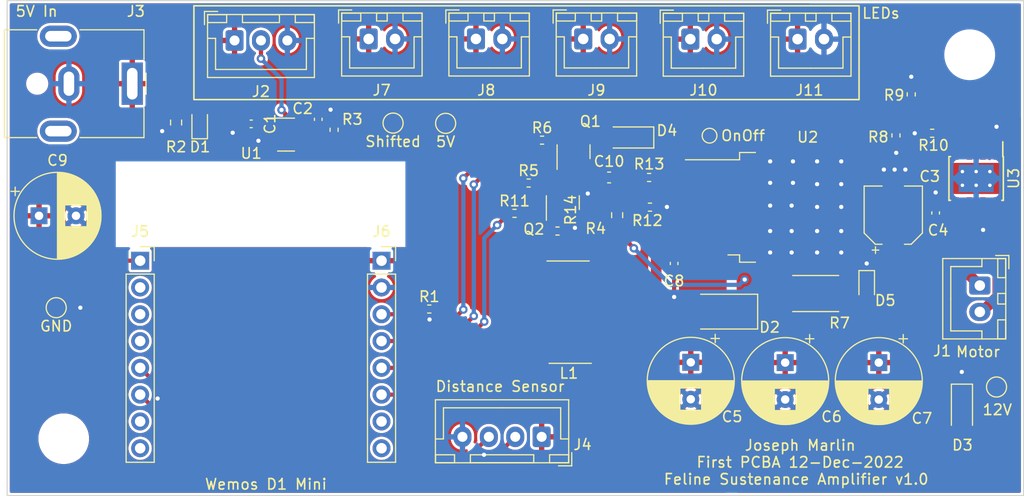
<source format=kicad_pcb>
(kicad_pcb (version 20211014) (generator pcbnew)
  (layers (0 "F.Cu" signal) (31 "B.Cu" signal) (34 "B.Paste" user) (35 "F.Paste" user) (36 "B.SilkS" user "B.Silkscreen") (37 "F.SilkS" user "F.Silkscreen") (38 "B.Mask" user) (39 "F.Mask" user) (44 "Edge.Cuts" user))
  (net 0 "")
  (net 1 "+3.3V")
  (net 2 "GND")
  (net 3 "+5V")
  (net 4 "+12V")
  (net 5 "Net-(D1-Pad1)")
  (net 6 "Net-(D2-Pad2)")
  (net 7 "Net-(D4-Pad1)")
  (net 8 "Net-(D4-Pad2)")
  (net 9 "Net-(D5-Pad2)")
  (net 10 "/MtrOutA")
  (net 11 "/MtrOutB")
  (net 12 "/LEDShifted")
  (net 13 "/DistTrig")
  (net 14 "/DistEcho")
  (net 18 "/MtrCtrlB")
  (net 19 "/MtrCtrlA")
  (net 22 "/PwrCtrl")
  (net 23 "/LEDCtrl")
  (net 26 "Net-(Q1-Pad1)")
  (net 27 "Net-(Q1-Pad3)")
  (net 28 "Net-(Q2-Pad1)")
  (net 30 "Net-(R3-Pad1)")
  (net 31 "Net-(R10-Pad1)")
  (net 32 "Net-(R13-Pad1)")
  (net 33 "Net-(C10-Pad1)")
  (net 34 "Net-(R12-Pad1)")
  (footprint "TestPoint:TestPoint_Pad_D1.0mm" (layer "F.Cu") (at 164.0586 80.8736 180)
    (fp_text reference "TP4" hide)
    (fp_text value "OnOff" (at -3.175 0 180) (layer "F.SilkS"))
    (pad "1" smd circle (at 0 0 180) (size 1 1) (layers "F.Cu" "F.Mask") (net 7 "Net-(D4-Pad1)"))
  )
  (footprint "TestPoint:TestPoint_Pad_D1.5mm" (layer "F.Cu") (at 134.0866 79.6798)
    (fp_text reference "TP2" hide)
    (fp_text value "Shifted" (at 0 1.75) (layer "F.SilkS"))
    (pad "1" smd circle (at 0 0) (size 1.5 1.5) (layers "F.Cu" "F.Mask") (net 12 "/LEDShifted"))
  )
  (footprint "Capacitor_SMD:C_0402_1005Metric" (layer "F.Cu") (at 127 79.3242 90)
    (fp_text reference "C2" (at 1.016 -1.4732) (layer "F.SilkS"))
    (fp_text value "0.1uF" hide)
    (pad "1" smd roundrect (at -0.48 0 90) (size 0.56 0.62) (layers "F.Cu" "F.Paste" "F.Mask") (net 3 "+5V"))
    (pad "2" smd roundrect (at 0.48 0 90) (size 0.56 0.62) (layers "F.Cu" "F.Paste" "F.Mask") (net 2 "GND"))
  )
  (footprint "Capacitor_THT:CP_Radial_D8.0mm_P3.50mm" (layer "F.Cu") (at 171.2214 102.385749 -90)
    (fp_text reference "C6" (at 5.132451 -4.3942 180) (layer "F.SilkS"))
    (fp_text value "680uF 25V" hide)
    (pad "1" thru_hole rect (at 0 0 270) (size 1.6 1.6) (drill 0.8) (layers *.Cu *.Mask) (net 4 "+12V"))
    (pad "2" thru_hole circle (at 3.5 0 270) (size 1.6 1.6) (drill 0.8) (layers *.Cu *.Mask) (net 2 "GND"))
  )
  (footprint "Connector_JST:JST_XH_B2B-XH-A_1x02_P2.50mm_Vertical" (layer "F.Cu") (at 172.3952 71.7212)
    (fp_text reference "J11" (at 1.123 4.843) (layer "F.SilkS"))
    (fp_text value "B2B-XH-A(LF)(SN)" hide)
    (pad "1" thru_hole roundrect (at 0 0) (size 1.7 2) (drill 1) (layers *.Cu *.Mask) (roundrect_rratio 0.147059) (net 3 "+5V"))
    (pad "2" thru_hole oval (at 2.5 0) (size 1.7 2) (drill 1) (layers *.Cu *.Mask) (net 2 "GND"))
  )
  (footprint "Capacitor_THT:CP_Radial_D8.0mm_P3.50mm" (layer "F.Cu") (at 180.086 102.3874 -90)
    (fp_text reference "C7" (at 5.2832 -4.0894 180) (layer "F.SilkS"))
    (fp_text value "680uF 25V" hide)
    (pad "1" thru_hole rect (at 0 0 270) (size 1.6 1.6) (drill 0.8) (layers *.Cu *.Mask) (net 4 "+12V"))
    (pad "2" thru_hole circle (at 3.5 0 270) (size 1.6 1.6) (drill 0.8) (layers *.Cu *.Mask) (net 2 "GND"))
  )
  (footprint "Connector_JST:JST_XH_B2B-XH-A_1x02_P2.50mm_Vertical" (layer "F.Cu") (at 131.7752 71.7042)
    (fp_text reference "J7" (at 1.23 4.86) (layer "F.SilkS"))
    (fp_text value "B2B-XH-A(LF)(SN)" hide)
    (pad "1" thru_hole roundrect (at 0 0) (size 1.7 2) (drill 1) (layers *.Cu *.Mask) (roundrect_rratio 0.147059) (net 3 "+5V"))
    (pad "2" thru_hole oval (at 2.5 0) (size 1.7 2) (drill 1) (layers *.Cu *.Mask) (net 2 "GND"))
  )
  (footprint "Connector_JST:JST_XH_B2B-XH-A_1x02_P2.50mm_Vertical" (layer "F.Cu") (at 162.2352 71.7212)
    (fp_text reference "J10" (at 1.25 4.843) (layer "F.SilkS"))
    (fp_text value "B2B-XH-A(LF)(SN)" hide)
    (pad "1" thru_hole roundrect (at 0 0) (size 1.7 2) (drill 1) (layers *.Cu *.Mask) (roundrect_rratio 0.147059) (net 3 "+5V"))
    (pad "2" thru_hole oval (at 2.5 0) (size 1.7 2) (drill 1) (layers *.Cu *.Mask) (net 2 "GND"))
  )
  (footprint "Connector_JST:JST_XH_B2B-XH-A_1x02_P2.50mm_Vertical" (layer "F.Cu") (at 189.6534 95.0829 -90)
    (fp_text reference "J1" (at 6.203 3.573 180) (layer "F.SilkS"))
    (fp_text value "B2B-XH-A(LF)(SN)" hide)
    (pad "1" thru_hole roundrect (at 0 0 270) (size 1.7 2) (drill 1) (layers *.Cu *.Mask) (roundrect_rratio 0.147059) (net 10 "/MtrOutA"))
    (pad "2" thru_hole oval (at 2.5 0 270) (size 1.7 2) (drill 1) (layers *.Cu *.Mask) (net 11 "/MtrOutB"))
  )
  (footprint "Resistor_SMD:R_0402_1005Metric" (layer "F.Cu") (at 148.196 81.299)
    (fp_text reference "R6" (at 0 -1.17) (layer "F.SilkS"))
    (fp_text value "24K" hide)
    (pad "1" smd roundrect (at -0.51 0) (size 0.54 0.64) (layers "F.Cu" "F.Paste" "F.Mask") (net 3 "+5V"))
    (pad "2" smd roundrect (at 0.51 0) (size 0.54 0.64) (layers "F.Cu" "F.Paste" "F.Mask") (net 27 "Net-(Q1-Pad3)"))
  )
  (footprint "Diode_SMD:D_SOD-123" (layer "F.Cu") (at 187.96 106.679 -90)
    (fp_text reference "D3" (at 3.5316 -0.0508) (layer "F.SilkS"))
    (fp_text value "B5819W SL" hide)
    (pad "1" smd rect (at -1.65 0 270) (size 0.9 1.2) (layers "F.Cu" "F.Paste" "F.Mask") (net 2 "GND"))
    (pad "2" smd rect (at 1.65 0 270) (size 0.9 1.2) (layers "F.Cu" "F.Paste" "F.Mask") (net 4 "+12V"))
  )
  (footprint "Resistor_SMD:R_0402_1005Metric" (layer "F.Cu") (at 185.1406 80.645 180)
    (fp_text reference "R10" (at -0.127 -1.143) (layer "F.SilkS"))
    (fp_text value "30K" hide)
    (pad "1" smd roundrect (at -0.51 0 180) (size 0.54 0.64) (layers "F.Cu" "F.Paste" "F.Mask") (net 31 "Net-(R10-Pad1)"))
    (pad "2" smd roundrect (at 0.51 0 180) (size 0.54 0.64) (layers "F.Cu" "F.Paste" "F.Mask") (net 2 "GND"))
  )
  (footprint "Capacitor_SMD:C_0402_1005Metric" (layer "F.Cu") (at 120.65 79.756 180)
    (fp_text reference "C1" (at -1.778 0 90) (layer "F.SilkS"))
    (fp_text value "0.1uF" hide)
    (pad "1" smd roundrect (at -0.48 0 180) (size 0.56 0.62) (layers "F.Cu" "F.Paste" "F.Mask") (net 1 "+3.3V"))
    (pad "2" smd roundrect (at 0.48 0 180) (size 0.56 0.62) (layers "F.Cu" "F.Paste" "F.Mask") (net 2 "GND"))
  )
  (footprint "Package_TO_SOT_SMD:SOT-23" (layer "F.Cu") (at 151.178 82.3935 90)
    (fp_text reference "Q1" (at 2.8725 1.59 180) (layer "F.SilkS"))
    (fp_text value "Q_NPN_BEC" hide)
    (pad "1" smd roundrect (at -0.9375 -0.95 90) (size 1.475 0.6) (layers "F.Cu" "F.Paste" "F.Mask") (net 26 "Net-(Q1-Pad1)"))
    (pad "2" smd roundrect (at -0.9375 0.95 90) (size 1.475 0.6) (layers "F.Cu" "F.Paste" "F.Mask") (net 8 "Net-(D4-Pad2)"))
    (pad "3" smd roundrect (at 0.9375 0 90) (size 1.475 0.6) (layers "F.Cu" "F.Paste" "F.Mask") (net 27 "Net-(Q1-Pad3)"))
  )
  (footprint "Resistor_SMD:R_2512_6332Metric" (layer "F.Cu") (at 174.1106 95.8406)
    (fp_text reference "R7" (at 2.2605 2.794) (layer "F.SilkS"))
    (fp_text value "500R 1W 2512 " hide)
    (pad "1" smd roundrect (at -2.9625 0) (size 1.225 3.35) (layers "F.Cu" "F.Paste" "F.Mask") (roundrect_rratio 0.204082) (net 4 "+12V"))
    (pad "2" smd roundrect (at 2.9625 0) (size 1.225 3.35) (layers "F.Cu" "F.Paste" "F.Mask") (roundrect_rratio 0.204082) (net 9 "Net-(D5-Pad2)"))
  )
  (footprint "Resistor_SMD:R_0402_1005Metric" (layer "F.Cu") (at 137.5156 97.3074)
    (fp_text reference "R1" (at 0 -1.17) (layer "F.SilkS"))
    (fp_text value "30K" hide)
    (pad "1" smd roundrect (at -0.51 0) (size 0.54 0.64) (layers "F.Cu" "F.Paste" "F.Mask") (net 23 "/LEDCtrl"))
    (pad "2" smd roundrect (at 0.51 0) (size 0.54 0.64) (layers "F.Cu" "F.Paste" "F.Mask") (net 2 "GND"))
  )
  (footprint "Package_TO_SOT_SMD:SOT-23-6" (layer "F.Cu") (at 123.952 80.772)
    (fp_text reference "U1" (at -3.302 1.778) (layer "F.SilkS"))
    (fp_text value "SN74LVC1T45DBV" hide)
    (pad "1" smd roundrect (at -1.1375 -0.95) (size 1.325 0.6) (layers "F.Cu" "F.Paste" "F.Mask") (net 1 "+3.3V"))
    (pad "2" smd roundrect (at -1.1375 0) (size 1.325 0.6) (layers "F.Cu" "F.Paste" "F.Mask") (net 2 "GND"))
    (pad "3" smd roundrect (at -1.1375 0.95) (size 1.325 0.6) (layers "F.Cu" "F.Paste" "F.Mask") (net 23 "/LEDCtrl"))
    (pad "4" smd roundrect (at 1.1375 0.95) (size 1.325 0.6) (layers "F.Cu" "F.Paste" "F.Mask") (net 12 "/LEDShifted"))
    (pad "5" smd roundrect (at 1.1375 0) (size 1.325 0.6) (layers "F.Cu" "F.Paste" "F.Mask") (net 30 "Net-(R3-Pad1)"))
    (pad "6" smd roundrect (at 1.1375 -0.95) (size 1.325 0.6) (layers "F.Cu" "F.Paste" "F.Mask") (net 3 "+5V"))
  )
  (footprint "Capacitor_SMD:C_0603_1608Metric" (layer "F.Cu") (at 154.546 84.836 180)
    (fp_text reference "C10" (at 0 1.524) (layer "F.SilkS"))
    (fp_text value "0.47uF" hide)
    (pad "1" smd roundrect (at -0.775 0 180) (size 0.9 0.95) (layers "F.Cu" "F.Paste" "F.Mask") (net 33 "Net-(C10-Pad1)"))
    (pad "2" smd roundrect (at 0.775 0 180) (size 0.9 0.95) (layers "F.Cu" "F.Paste" "F.Mask") (net 2 "GND"))
  )
  (footprint "Resistor_SMD:R_0402_1005Metric" (layer "F.Cu") (at 183.1594 76.962 90)
    (fp_text reference "R9" (at -0.0762 -1.6256 180) (layer "F.SilkS"))
    (fp_text value "30K" hide)
    (pad "1" smd roundrect (at -0.51 0 90) (size 0.54 0.64) (layers "F.Cu" "F.Paste" "F.Mask") (net 18 "/MtrCtrlB"))
    (pad "2" smd roundrect (at 0.51 0 90) (size 0.54 0.64) (layers "F.Cu" "F.Paste" "F.Mask") (net 2 "GND"))
  )
  (footprint "Connector_PinSocket_2.54mm:PinSocket_1x08_P2.54mm_Vertical" (layer "F.Cu") (at 110.134 92.725)
    (fp_text reference "J5" (at 0 -2.77) (layer "F.SilkS"))
    (fp_text value "Conn_01x08_Female" hide)
    (pad "1" thru_hole rect (at 0 0) (size 1.7 1.7) (drill 1) (layers *.Cu *.Mask) (net 1 "+3.3V"))
    (pad "2" thru_hole oval (at 0 2.54) (size 1.7 1.7) (drill 1) (layers *.Cu *.Mask))
    (pad "3" thru_hole oval (at 0 5.08) (size 1.7 1.7) (drill 1) (layers *.Cu *.Mask))
    (pad "4" thru_hole oval (at 0 7.62) (size 1.7 1.7) (drill 1) (layers *.Cu *.Mask))
    (pad "5" thru_hole oval (at 0 10.16) (size 1.7 1.7) (drill 1) (layers *.Cu *.Mask) (net 14 "/DistEcho"))
    (pad "6" thru_hole oval (at 0 12.7) (size 1.7 1.7) (drill 1) (layers *.Cu *.Mask) (net 13 "/DistTrig"))
    (pad "7" thru_hole oval (at 0 15.24) (size 1.7 1.7) (drill 1) (layers *.Cu *.Mask))
    (pad "8" thru_hole oval (at 0 17.78) (size 1.7 1.7) (drill 1) (layers *.Cu *.Mask))
  )
  (footprint "Connector_JST:JST_XH_B2B-XH-A_1x02_P2.50mm_Vertical" (layer "F.Cu") (at 152.0952 71.7042)
    (fp_text reference "J9" (at 1.25 4.86) (layer "F.SilkS"))
    (fp_text value "B2B-XH-A(LF)(SN)" hide)
    (pad "1" thru_hole roundrect (at 0 0) (size 1.7 2) (drill 1) (layers *.Cu *.Mask) (roundrect_rratio 0.147059) (net 3 "+5V"))
    (pad "2" thru_hole oval (at 2.5 0) (size 1.7 2) (drill 1) (layers *.Cu *.Mask) (net 2 "GND"))
  )
  (footprint "TestPoint:TestPoint_Pad_D1.5mm" (layer "F.Cu") (at 102.1842 97.1804)
    (fp_text reference "TP5" hide)
    (fp_text value "GND" (at 0 1.75) (layer "F.SilkS"))
    (pad "1" smd circle (at 0 0) (size 1.5 1.5) (layers "F.Cu" "F.Mask") (net 2 "GND"))
  )
  (footprint "Diode_SMD:D_SMA" (layer "F.Cu") (at 165.214 97.555 180)
    (fp_text reference "D2" (at -4.5342 -1.4796) (layer "F.SilkS"))
    (fp_text value "SS34" hide)
    (pad "1" smd rect (at -2 0 180) (size 2.5 1.8) (layers "F.Cu" "F.Paste" "F.Mask") (net 4 "+12V"))
    (pad "2" smd rect (at 2 0 180) (size 2.5 1.8) (layers "F.Cu" "F.Paste" "F.Mask") (net 6 "Net-(D2-Pad2)"))
  )
  (footprint "Capacitor_SMD:C_0402_1005Metric" (layer "F.Cu") (at 185.4708 88.1981 90)
    (fp_text reference "C4" (at -1.6417 0.2286) (layer "F.SilkS"))
    (fp_text value "0.1uF 16V" hide)
    (pad "1" smd roundrect (at -0.48 0 90) (size 0.56 0.62) (layers "F.Cu" "F.Paste" "F.Mask") (net 4 "+12V"))
    (pad "2" smd roundrect (at 0.48 0 90) (size 0.56 0.62) (layers "F.Cu" "F.Paste" "F.Mask") (net 2 "GND"))
  )
  (footprint "Package_TO_SOT_SMD:SOT-23" (layer "F.Cu") (at 150.162 87.2195 90)
    (fp_text reference "Q2" (at -2.5187 -2.7404 180) (layer "F.SilkS"))
    (fp_text value "Q_NPN_BEC" hide)
    (pad "1" smd roundrect (at -0.9375 -0.95 90) (size 1.475 0.6) (layers "F.Cu" "F.Paste" "F.Mask") (net 28 "Net-(Q2-Pad1)"))
    (pad "2" smd roundrect (at -0.9375 0.95 90) (size 1.475 0.6) (layers "F.Cu" "F.Paste" "F.Mask") (net 2 "GND"))
    (pad "3" smd roundrect (at 0.9375 0 90) (size 1.475 0.6) (layers "F.Cu" "F.Paste" "F.Mask") (net 26 "Net-(Q1-Pad1)"))
  )
  (footprint "Resistor_SMD:R_0402_1005Metric" (layer "F.Cu") (at 149.6548 89.916)
    (fp_text reference "R14" (at 1.2446 -2.0066 90) (layer "F.SilkS"))
    (fp_text value "30K" hide)
    (pad "1" smd roundrect (at -0.51 0) (size 0.54 0.64) (layers "F.Cu" "F.Paste" "F.Mask") (net 28 "Net-(Q2-Pad1)"))
    (pad "2" smd roundrect (at 0.51 0) (size 0.54 0.64) (layers "F.Cu" "F.Paste" "F.Mask") (net 2 "GND"))
  )
  (footprint "Package_TO_SOT_SMD:TO-263-7_TabPin8" (layer "F.Cu") (at 169.852 87.668)
    (fp_text reference "U2" (at 3.503 -6.65) (layer "F.SilkS"))
    (fp_text value "LM2586SX-ADJ/NOPB_1" hide)
    (pad "1" smd rect (at -5.775 -3.81) (size 4.6 0.8) (layers "F.Cu" "F.Paste" "F.Mask") (net 7 "Net-(D4-Pad1)"))
    (pad "2" smd rect (at -5.775 -2.54) (size 4.6 0.8) (layers "F.Cu" "F.Paste" "F.Mask") (net 32 "Net-(R13-Pad1)"))
    (pad "3" smd rect (at -5.775 -1.27) (size 4.6 0.8) (layers "F.Cu" "F.Paste" "F.Mask") (net 34 "Net-(R12-Pad1)"))
    (pad "4" smd rect (at -5.775 0) (size 4.6 0.8) (layers "F.Cu" "F.Paste" "F.Mask") (net 2 "GND"))
    (pad "5" smd rect (at -5.775 1.27) (size 4.6 0.8) (layers "F.Cu" "F.Paste" "F.Mask") (net 6 "Net-(D2-Pad2)"))
    (pad "6" smd rect (at -5.775 2.54) (size 4.6 0.8) (layers "F.Cu" "F.Paste" "F.Mask"))
    (pad "7" smd rect (at -5.775 3.81) (size 4.6 0.8) (layers "F.Cu" "F.Paste" "F.Mask") (net 3 "+5V"))
    (pad "8" smd rect (at 3.375 0) (size 9.4 10.8) (layers "F.Cu" "F.Mask") (net 2 "GND"))
  )
  (footprint "Package_SO:Texas_HTSOP-8-1EP_3.9x4.9mm_P1.27mm_EP2.95x4.9mm_Mask2.4x3.1mm_ThermalVias" (layer "F.Cu") (at 189.3062 84.9283 -90)
    (fp_text reference "U3" (at 0 -3.556 90) (layer "F.SilkS"))
    (fp_text value "DRV8871DDA" hide)
    (pad "1" smd rect (at -2.875 -1.905 270) (size 2.2 0.5) (layers "F.Cu" "F.Paste" "F.Mask") (net 2 "GND"))
    (pad "2" smd rect (at -2.875 -0.635 270) (size 2.2 0.5) (layers "F.Cu" "F.Paste" "F.Mask") (net 18 "/MtrCtrlB"))
    (pad "3" smd rect (at -2.875 0.635 270) (size 2.2 0.5) (layers "F.Cu" "F.Paste" "F.Mask") (net 19 "/MtrCtrlA"))
    (pad "4" smd rect (at -2.875 1.905 270) (size 2.2 0.5) (layers "F.Cu" "F.Paste" "F.Mask") (net 31 "Net-(R10-Pad1)"))
    (pad "5" smd rect (at 2.875 1.905 270) (size 2.2 0.5) (layers "F.Cu" "F.Paste" "F.Mask") (net 4 "+12V"))
    (pad "6" smd rect (at 2.875 0.635 270) (size 2.2 0.5) (layers "F.Cu" "F.Paste" "F.Mask") (net 10 "/MtrOutA"))
    (pad "7" smd rect (at 2.875 -0.635 270) (size 2.2 0.5) (layers "F.Cu" "F.Paste" "F.Mask") (net 2 "GND"))
    (pad "8" smd rect (at 2.875 -1.905 270) (size 2.2 0.5) (layers "F.Cu" "F.Paste" "F.Mask") (net 11 "/MtrOutB"))
    (pad "9" smd rect (at 0 0 270) (size 2.95 4.9) (layers "F.Cu") (net 2 "GND"))
    (pad "9" thru_hole circle (at 0.65 1.3 270) (size 0.63 0.63) (drill 0.33) (layers *.Cu *.Mask) (net 2 "GND"))
    (pad "9" thru_hole circle (at -0.65 0 270) (size 0.63 0.63) (drill 0.33) (layers *.Cu *.Mask) (net 2 "GND"))
    (pad "9" thru_hole circle (at 0.65 -1.3 270) (size 0.63 0.63) (drill 0.33) (layers *.Cu *.Mask) (net 2 "GND"))
    (pad "9" thru_hole circle (at 0.65 0 270) (size 0.63 0.63) (drill 0.33) (layers *.Cu *.Mask) (net 2 "GND"))
    (pad "9" smd rect (at 0 0 270) (size 2.6 3.3) (layers "B.Cu") (net 2 "GND"))
    (pad "9" thru_hole circle (at -0.65 1.3 270) (size 0.63 0.63) (drill 0.33) (layers *.Cu *.Mask) (net 2 "GND"))
    (pad "9" thru_hole circle (at -0.65 -1.3 270) (size 0.63 0.63) (drill 0.33) (layers *.Cu *.Mask) (net 2 "GND"))
  )
  (footprint "Capacitor_SMD:C_0402_1005Metric" (layer "F.Cu") (at 160.7058 92.9894 -90)
    (fp_text reference "C8" (at 1.6574 0.0124 180) (layer "F.SilkS"))
    (fp_text value "0.1uF" hide)
    (pad "1" smd roundrect (at -0.48 0 270) (size 0.56 0.62) (layers "F.Cu" "F.Paste" "F.Mask") (net 3 "+5V"))
    (pad "2" smd roundrect (at 0.48 0 270) (size 0.56 0.62) (layers "F.Cu" "F.Paste" "F.Mask") (net 2 "GND"))
  )
  (footprint "MountingHole:MountingHole_4.3mm_M4" (layer "F.Cu") (at 188.6966 73.2028)
    (fp_text reference "REF**" hide)
    (fp_text value "MountingHole_4.3mm_M4" hide)
    (pad "" np_thru_hole circle (at 0 0) (size 4.3 4.3) (drill 4.3) (layers F&B.Cu *.Mask))
  )
  (footprint "Resistor_SMD:R_0402_1005Metric" (layer "F.Cu") (at 158.335 84.836 180)
    (fp_text reference "R13" (at 0 1.27) (layer "F.SilkS"))
    (fp_text value "2K" hide)
    (pad "1" smd roundrect (at -0.51 0 180) (size 0.54 0.64) (layers "F.Cu" "F.Paste" "F.Mask") (net 32 "Net-(R13-Pad1)"))
    (pad "2" smd roundrect (at 0.51 0 180) (size 0.54 0.64) (layers "F.Cu" "F.Paste" "F.Mask") (net 33 "Net-(C10-Pad1)"))
  )
  (footprint "TestPoint:TestPoint_Pad_D1.5mm" (layer "F.Cu") (at 139.065 79.7052)
    (fp_text reference "TP1" hide)
    (fp_text value "5V" (at 0 1.75) (layer "F.SilkS"))
    (pad "1" smd circle (at 0 0) (size 1.5 1.5) (layers "F.Cu" "F.Mask") (net 3 "+5V"))
  )
  (footprint "Resistor_SMD:R_0402_1005Metric" (layer "F.Cu") (at 145.59 88.2355)
    (fp_text reference "R11" (at 0 -1.17) (layer "F.SilkS"))
    (fp_text value "10K" hide)
    (pad "1" smd roundrect (at -0.51 0) (size 0.54 0.64) (layers "F.Cu" "F.Paste" "F.Mask") (net 22 "/PwrCtrl"))
    (pad "2" smd roundrect (at 0.51 0) (size 0.54 0.64) (layers "F.Cu" "F.Paste" "F.Mask") (net 28 "Net-(Q2-Pad1)"))
  )
  (footprint "Connector_JST:JST_XH_B2B-XH-A_1x02_P2.50mm_Vertical" (layer "F.Cu") (at 141.9352 71.7042)
    (fp_text reference "J8" (at 0.976 4.86) (layer "F.SilkS"))
    (fp_text value "B2B-XH-A(LF)(SN)" hide)
    (pad "1" thru_hole roundrect (at 0 0) (size 1.7 2) (drill 1) (layers *.Cu *.Mask) (roundrect_rratio 0.147059) (net 3 "+5V"))
    (pad "2" thru_hole oval (at 2.5 0) (size 1.7 2) (drill 1) (layers *.Cu *.Mask) (net 2 "GND"))
  )
  (footprint "Capacitor_THT:CP_Radial_D8.0mm_P3.50mm" (layer "F.Cu") (at 100.556949 88.4682)
    (fp_text reference "C9" (at 1.75 -5.25) (layer "F.SilkS"))
    (fp_text value "100uF 25V" hide)
    (pad "1" thru_hole rect (at 0 0) (size 1.6 1.6) (drill 0.8) (layers *.Cu *.Mask) (net 3 "+5V"))
    (pad "2" thru_hole circle (at 3.5 0) (size 1.6 1.6) (drill 0.8) (layers *.Cu *.Mask) (net 2 "GND"))
  )
  (footprint "Connector_PinSocket_2.54mm:PinSocket_1x08_P2.54mm_Vertical" (layer "F.Cu") (at 132.994 92.725)
    (fp_text reference "J6" (at 0 -2.77) (layer "F.SilkS"))
    (fp_text value "Conn_01x08_Female" hide)
    (pad "1" thru_hole rect (at 0 0) (size 1.7 1.7) (drill 1) (layers *.Cu *.Mask) (net 3 "+5V"))
    (pad "2" thru_hole oval (at 0 2.54) (size 1.7 1.7) (drill 1) (layers *.Cu *.Mask) (net 2 "GND"))
    (pad "3" thru_hole oval (at 0 5.08) (size 1.7 1.7) (drill 1) (layers *.Cu *.Mask) (net 23 "/LEDCtrl"))
    (pad "4" thru_hole oval (at 0 7.62) (size 1.7 1.7) (drill 1) (layers *.Cu *.Mask) (net 18 "/MtrCtrlB"))
    (pad "5" thru_hole oval (at 0 10.16) (size 1.7 1.7) (drill 1) (layers *.Cu *.Mask) (net 19 "/MtrCtrlA"))
    (pad "6" thru_hole oval (at 0 12.7) (size 1.7 1.7) (drill 1) (layers *.Cu *.Mask) (net 22 "/PwrCtrl"))
    (pad "7" thru_hole oval (at 0 15.24) (size 1.7 1.7) (drill 1) (layers *.Cu *.Mask))
    (pad "8" thru_hole oval (at 0 17.78) (size 1.7 1.7) (drill 1) (layers *.Cu *.Mask))
  )
  (footprint "Capacitor_SMD:CP_Elec_5x5.4" (layer "F.Cu") (at 181.4576 88.4076 90)
    (fp_text reference "C3" (at 3.6732 3.4544) (layer "F.SilkS"))
    (fp_text value "47uF 16V" hide)
    (pad "1" smd roundrect (at -2.2 0 90) (size 3 1.6) (layers "F.Cu" "F.Paste" "F.Mask") (roundrect_rratio 0.15625) (net 4 "+12V"))
    (pad "2" smd roundrect (at 2.2 0 90) (size 3 1.6) (layers "F.Cu" "F.Paste" "F.Mask") (roundrect_rratio 0.15625) (net 2 "GND"))
  )
  (footprint "TestPoint:TestPoint_Pad_D1.5mm" (layer "F.Cu") (at 191.2366 104.6988)
    (fp_text reference "TP3" hide)
    (fp_text value "12V" (at 0.0762 2.159) (layer "F.SilkS"))
    (pad "1" smd circle (at 0 0) (size 1.5 1.5) (layers "F.Cu" "F.Mask") (net 4 "+12V"))
  )
  (footprint "MountingHole:MountingHole_4.3mm_M4" (layer "F.Cu") (at 102.8954 109.601)
    (fp_text reference "REF**" hide)
    (fp_text value "MountingHole_4.3mm_M4" hide)
    (pad "" np_thru_hole circle (at 0 0) (size 4.3 4.3) (drill 4.3) (layers *.Cu *.Mask))
  )
  (footprint "Marlin:SSL0804_Inductor_SMD" (layer "F.Cu") (at 150.736 97.555)
    (fp_text reference "L1" (at 0 5.842 unlocked) (layer "F.SilkS"))
    (fp_text value "15 uH" hide)
    (pad "1" smd rect (at -4.975 0.1) (size 2.92 2.79) (layers "F.Cu" "F.Paste" "F.Mask") (net 3 "+5V"))
    (pad "2" smd rect (at 5.325 0.1) (size 2.92 2.79) (layers "F.Cu" "F.Paste" "F.Mask") (net 6 "Net-(D2-Pad2)"))
  )
  (footprint "Resistor_SMD:R_0603_1608Metric" (layer "F.Cu") (at 155.308 88.411 90)
    (fp_text reference "R4" (at -1.27 -2.032 180) (layer "F.SilkS"))
    (fp_text value "17.2K" hide)
    (pad "1" smd roundrect (at -0.825 0 90) (size 0.8 0.95) (layers "F.Cu" "F.Paste" "F.Mask") (net 4 "+12V"))
    (pad "2" smd roundrect (at 0.825 0 90) (size 0.8 0.95) (layers "F.Cu" "F.Paste" "F.Mask") (net 34 "Net-(R12-Pad1)"))
  )
  (footprint "Resistor_SMD:R_0402_1005Metric" (layer "F.Cu") (at 146.926 85.363)
    (fp_text reference "R5" (at 0 -1.17) (layer "F.SilkS"))
    (fp_text value "24K" hide)
    (pad "1" smd roundrect (at -0.51 0) (size 0.54 0.64) (layers "F.Cu" "F.Paste" "F.Mask") (net 3 "+5V"))
    (pad "2" smd roundrect (at 0.51 0) (size 0.54 0.64) (layers "F.Cu" "F.Paste" "F.Mask") (net 26 "Net-(Q1-Pad1)"))
  )
  (footprint "Connector_JST:JST_XH_B3B-XH-A_1x03_P2.50mm_Vertical" (layer "F.Cu") (at 119.0752 71.8482)
    (fp_text reference "J2" (at 2.5 4.843) (layer "F.SilkS"))
    (fp_text value "B3B-XH-A(LF)(SN)" hide)
    (pad "1" thru_hole roundrect (at 0 0) (size 1.7 1.95) (drill 0.95) (layers *.Cu *.Mask) (roundrect_rratio 0.147059) (net 3 "+5V"))
    (pad "2" thru_hole oval (at 2.5 0) (size 1.7 1.95) (drill 0.95) (layers *.Cu *.Mask) (net 12 "/LEDShifted"))
    (pad "3" thru_hole oval (at 5 0) (size 1.7 1.95) (drill 0.95) (layers *.Cu *.Mask) (net 2 "GND"))
  )
  (footprint "Connector_JST:JST_XH_B4B-XH-A_1x04_P2.50mm_Vertical" (layer "F.Cu") (at 148.1582 109.4232 180)
    (fp_text reference "J4" (at -3.87 -0.745) (layer "F.SilkS"))
    (fp_text value "B4B-XH-A(LF)(SN)" hide)
    (pad "1" thru_hole roundrect (at 0 0 180) (size 1.7 1.95) (drill 0.95) (layers *.Cu *.Mask) (roundrect_rratio 0.147059) (net 3 "+5V"))
    (pad "2" thru_hole oval (at 2.5 0 180) (size 1.7 1.95) (drill 0.95) (layers *.Cu *.Mask) (net 13 "/DistTrig"))
    (pad "3" thru_hole oval (at 5 0 180) (size 1.7 1.95) (drill 0.95) (layers *.Cu *.Mask) (net 14 "/DistEcho"))
    (pad "4" thru_hole oval (at 7.5 0 180) (size 1.7 1.95) (drill 0.95) (layers *.Cu *.Mask) (net 2 "GND"))
  )
  (footprint "LED_SMD:LED_0603_1608Metric" (layer "F.Cu") (at 115.7732 79.6798 90)
    (fp_text reference "D1" (at -2.2606 0.0254) (layer "F.SilkS"))
    (fp_text value "LED" hide)
    (pad "1" smd roundrect (at -0.7875 0 90) (size 0.875 0.95) (layers "F.Cu" "F.Paste" "F.Mask") (net 5 "Net-(D1-Pad1)"))
    (pad "2" smd roundrect (at 0.7875 0 90) (size 0.875 0.95) (layers "F.Cu" "F.Paste" "F.Mask") (net 3 "+5V"))
  )
  (footprint "Resistor_SMD:R_0402_1005Metric" (layer "F.Cu") (at 181.7116 80.8482 -90)
    (fp_text reference "R8" (at 0.1524 1.6764 180) (layer "F.SilkS"))
    (fp_text value "30K" hide)
    (pad "1" smd roundrect (at -0.51 0 270) (size 0.54 0.64) (layers "F.Cu" "F.Paste" "F.Mask") (net 19 "/MtrCtrlA"))
    (pad "2" smd roundrect (at 0.51 0 270) (size 0.54 0.64) (layers "F.Cu" "F.Paste" "F.Mask") (net 2 "GND"))
  )
  (footprint "Resistor_SMD:R_0603_1608Metric" (layer "F.Cu") (at 113.538 79.629 -90)
    (fp_text reference "R2" (at 2.3114 0) (layer "F.SilkS"))
    (fp_text value "68R 1/10W" hide)
    (pad "1" smd roundrect (at -0.825 0 270) (size 0.8 0.95) (layers "F.Cu" "F.Paste" "F.Mask") (net 5 "Net-(D1-Pad1)"))
    (pad "2" smd roundrect (at 0.825 0 270) (size 0.8 0.95) (layers "F.Cu" "F.Paste" "F.Mask") (net 2 "GND"))
  )
  (footprint "Resistor_SMD:R_0402_1005Metric" (layer "F.Cu") (at 158.417 87.649)
    (fp_text reference "R12" (at -0.252 1.27) (layer "F.SilkS"))
    (fp_text value "2K" hide)
    (pad "1" smd roundrect (at -0.51 0) (size 0.54 0.64) (layers "F.Cu" "F.Paste" "F.Mask") (net 34 "Net-(R12-Pad1)"))
    (pad "2" smd roundrect (at 0.51 0) (size 0.54 0.64) (layers "F.Cu" "F.Paste" "F.Mask") (net 2 "GND"))
  )
  (footprint "Connector_BarrelJack:BarrelJack_CUI_PJ-063AH_Horizontal" (layer "F.Cu") (at 109.386 75.946 -90)
    (fp_text reference "J3" (at -6.858 -0.342 180) (layer "F.SilkS"))
    (fp_text value "Barrel_Jack" hide)
    (pad "" np_thru_hole circle (at 0 9 270) (size 1.6 1.6) (drill 1.6) (layers *.Cu *.Mask))
    (pad "1" thru_hole rect (at 0 0 270) (size 4 2) (drill oval 3 1) (layers *.Cu *.Mask) (net 3 "+5V"))
    (pad "2" thru_hole oval (at 0 6 270) (size 3.3 2) (drill oval 2.3 1) (layers *.Cu *.Mask) (net 2 "GND"))
    (pad "MP" thru_hole oval (at -4.5 7 270) (size 2 3.5) (drill oval 1 2.5) (layers *.Cu *.Mask))
    (pad "MP" thru_hole oval (at 4.5 7 270) (size 2 3.5) (drill oval 1 2.5) (layers *.Cu *.Mask))
  )
  (footprint "LED_SMD:LED_0603_1608Metric" (layer "F.Cu") (at 178.943 95.1484 -90)
    (fp_text reference "D5" (at 1.3462 -1.7526 -180) (layer "F.SilkS"))
    (fp_text value "LED" hide)
    (pad "1" smd roundrect (at -0.7875 0 270) (size 0.875 0.95) (layers "F.Cu" "F.Paste" "F.Mask") (net 2 "GND"))
    (pad "2" smd roundrect (at 0.7875 0 270) (size 0.875 0.95) (layers "F.Cu" "F.Paste" "F.Mask") (net 9 "Net-(D5-Pad2)"))
  )
  (footprint "Diode_SMD:D_SOD-123F" (layer "F.Cu") (at 156.578 81.045 180)
    (fp_text reference "D4" (at -3.442 0.654) (layer "F.SilkS"))
    (fp_text value "SM4007PL" hide)
    (pad "1" smd rect (at -1.4 0 180) (size 1.1 1.1) (layers "F.Cu" "F.Paste" "F.Mask") (net 7 "Net-(D4-Pad1)"))
    (pad "2" smd rect (at 1.4 0 180) (size 1.1 1.1) (layers "F.Cu" "F.Paste" "F.Mask") (net 8 "Net-(D4-Pad2)"))
  )
  (footprint "Resistor_SMD:R_0402_1005Metric" (layer "F.Cu") (at 128.4986 80.3148 90)
    (fp_text reference "R3" (at 0.9906 1.7272 180) (layer "F.SilkS"))
    (fp_text value "1K" hide)
    (pad "1" smd roundrect (at -0.51 0 90) (size 0.54 0.64) (layers "F.Cu" "F.Paste" "F.Mask") (net 30 "Net-(R3-Pad1)"))
    (pad "2" smd roundrect (at 0.51 0 90) (size 0.54 0.64) (layers "F.Cu" "F.Paste" "F.Mask") (net 3 "+5V"))
  )
  (footprint "Capacitor_THT:CP_Radial_D8.0mm_P3.50mm" (layer "F.Cu") (at 162.2806 102.360349 -90)
    (fp_text reference "C5" (at 5.157851 -3.9116 180) (layer "F.SilkS"))
    (fp_text value "100uF 25V" hide)
    (pad "1" thru_hole rect (at 0 0 270) (size 1.6 1.6) (drill 0.8) (layers *.Cu *.Mask) (net 3 "+5V"))
    (pad "2" thru_hole circle (at 3.5 0 270) (size 1.6 1.6) (drill 0.8) (layers *.Cu *.Mask) (net 2 "GND"))
  )
  (gr_rect (start 178.2172 77.4532) (end 115.2252 68.5632) (layer "F.SilkS") (width 0.15) (fill none))
  (gr_rect (start 193.802 114.9858) (end 97.536 68.072) (layer "Edge.Cuts") (width 0.1) (fill none))
  (gr_text "5V In" (at 100.33 69.088) (layer "F.SilkS") (effects (font (size 1 1))))
  (gr_text "Joseph Marlin\nFirst PCBA 12-Dec-2022\nFeline Sustenance Amplifier v1.0 \n" (at 172.6438 111.8362) (layer "F.SilkS") (effects (font (size 1 1))))
  (gr_text "Motor" (at 189.484 101.3621) (layer "F.SilkS") (effects (font (size 1 1))))
  (gr_text "LEDs" (at 180.2892 69.2658) (layer "F.SilkS") (effects (font (size 1 1))))
  (gr_text "Distance Sensor" (at 144.2212 104.648) (layer "F.SilkS") (effects (font (size 1 1))))
  (gr_text "Wemos D1 Mini" (at 122.047 113.919) (layer "F.SilkS") (effects (font (size 1 1))))
  (segment (start 107.5436 91.9734) (end 107.2388 91.6686) (width 0.4) (layer "F.Cu") (net 1))
  (segment (start 107.2388 83.1596) (end 107.5944 82.804) (width 0.4) (layer "F.Cu") (net 1))
  (segment (start 107.2388 91.6686) (end 107.2388 83.1596) (width 0.4) (layer "F.Cu") (net 1))
  (segment (start 108.825156 92.725) (end 108.073556 91.9734) (width 0.4) (layer "F.Cu") (net 1))
  (segment (start 121.196 79.822) (end 121.13 79.756) (width 0.4) (layer "F.Cu") (net 1))
  (segment (start 118.195675 82.804) (end 121.13 79.869675) (width 0.4) (layer "F.Cu") (net 1))
  (segment (start 122.8145 79.822) (end 121.196 79.822) (width 0.4) (layer "F.Cu") (net 1))
  (segment (start 108.073556 91.9734) (end 107.5436 91.9734) (width 0.4) (layer "F.Cu") (net 1))
  (segment (start 110.134 92.725) (end 108.825156 92.725) (width 0.4) (layer "F.Cu") (net 1))
  (segment (start 107.5944 82.804) (end 118.195675 82.804) (width 0.4) (layer "F.Cu") (net 1))
  (segment (start 121.13 79.642325) (end 121.13 79.756) (width 0.4) (layer "F.Cu") (net 1))
  (segment (start 121.13 79.869675) (end 121.13 79.756) (width 0.4) (layer "F.Cu") (net 1))
  (segment (start 189.9412 89.7797) (end 189.9666 89.8051) (width 0.4) (layer "F.Cu") (net 2))
  (segment (start 181.4576 85.8676) (end 182.2196 85.1056) (width 1) (layer "F.Cu") (net 2))
  (segment (start 182.2196 85.1056) (end 183.2356 84.0896) (width 1) (layer "F.Cu") (net 2))
  (segment (start 153.771 84.836) (end 153.784 84.849) (width 0.4) (layer "F.Cu") (net 2))
  (segment (start 180.8226 85.1056) (end 179.8066 84.0896) (width 1) (layer "F.Cu") (net 2))
  (segment (start 158.927 87.649) (end 160.001 87.649) (width 0.4) (layer "F.Cu") (net 2))
  (segment (start 181.7116 84.5976) (end 180.9496 84.5976) (width 1) (layer "F.Cu") (net 2))
  (segment (start 191.2112 82.0533) (end 191.2112 80.0515) (width 0.4) (layer "F.Cu") (net 2))
  (segment (start 183.1594 76.452) (end 183.1594 75.2856) (width 0.4) (layer "F.Cu") (net 2))
  (segment (start 151.003 89.916) (end 150.1648 89.916) (width 0.4) (layer "F.Cu") (net 2))
  (segment (start 181.7116 81.3582) (end 181.7116 82.4738) (width 0.4) (layer "F.Cu") (net 2))
  (segment (start 180.5686 84.0896) (end 181.5846 84.0896) (width 1) (layer "F.Cu") (net 2))
  (segment (start 181.4576 85.7406) (end 180.8226 85.1056) (width 1) (layer "F.Cu") (net 2))
  (segment (start 102.1842 97.1804) (end 104.4702 97.1804) (width 0.4) (layer "F.Cu") (net 2))
  (segment (start 119.7356 79.756) (end 118.8974 80.5942) (width 0.4) (layer "F.Cu") (net 2))
  (segment (start 160.001 87.649) (end 160.02 87.63) (width 0.4) (layer "F.Cu") (net 2))
  (segment (start 138.0256 97.8134) (end 138.0256 97.3074) (width 0.4) (layer "F.Cu") (net 2))
  (segment (start 181.4576 86.2076) (end 181.4576 85.8676) (width 1) (layer "F.Cu") (net 2))
  (segment (start 137.541 98.298) (end 138.0256 97.8134) (width 0.4) (layer "F.Cu") (net 2))
  (segment (start 189.9412 87.8033) (end 189.9412 89.7797) (width 0.4) (layer "F.Cu") (net 2))
  (segment (start 182.6006 84.0896) (end 183.2356 84.0896) (width 1) (layer "F.Cu") (net 2))
  (segment (start 181.7116 82.4738) (end 181.737 82.4992) (width 0.4) (layer "F.Cu") (net 2))
  (segment (start 160.7058 93.4694) (end 160.7058 96.1644) (width 0.4) (layer "F.Cu") (net 2))
  (segment (start 187.96 105.029) (end 187.96 103.282) (width 0.4) (layer "F.Cu") (net 2))
  (segment (start 160.058 87.668) (end 160.02 87.63) (width 0.4) (layer "F.Cu") (net 2))
  (segment (start 153.784 87.395) (end 153.784 84.849) (width 0.4) (layer "F.Cu") (net 2))
  (segment (start 183.4896 80.645) (end 184.6306 80.645) (width 0.4) (layer "F.Cu") (net 2))
  (segment (start 180.9496 84.5976) (end 181.4576 84.0896) (width 1) (layer "F.Cu") (net 2))
  (segment (start 119.3546 113.3602) (end 111.7854 105.791) (width 0.4) (layer "F.Cu") (net 2))
  (segment (start 164.077 87.668) (end 160.058 87.668) (width 0.4) (layer "F.Cu") (net 2))
  (segment (start 152.527 85.09) (end 152.527 86.36) (width 0.4) (layer "F.Cu") (net 2))
  (segment (start 151.3078 89.6112) (end 151.003 89.916) (width 0.4) (layer "F.Cu") (net 2))
  (segment (start 178.943 92.9894) (end 178.943 94.3609) (width 0.4) (layer "F.Cu") (net 2))
  (segment (start 113.538 80.454) (end 112.2294 80.454) (width 0.4) (layer "F.Cu") (net 2))
  (segment (start 152.781 84.836) (end 152.527 85.09) (width 0.4) (layer "F.Cu") (net 2))
  (segment (start 127 78.8696) (end 127.7086 78.8696) (width 0.4) (layer "F.Cu") (net 2))
  (segment (start 153.022 88.157) (end 153.784 87.395) (width 0.4) (layer "F.Cu") (net 2))
  (segment (start 185.4708 87.7181) (end 185.4708 86.2584) (width 0.4) (layer "F.Cu") (net 2))
  (segment (start 179.8066 84.0896) (end 180.5686 84.0896) (width 1) (layer "F.Cu") (net 2))
  (segment (start 153.771 84.836) (end 152.781 84.836) (width 0.4) (layer "F.Cu") (net 2))
  (segment (start 191.2112 80.0515) (end 191.2366 80.0261) (width 0.4) (layer "F.Cu") (net 2))
  (segment (start 121.92 80.772) (end 122.8145 80.772) (width 0.4) (layer "F.Cu") (net 2))
  (segment (start 142.6972 111.125) (end 140.462 113.3602) (width 0.4) (layer "F.Cu") (net 2))
  (segment (start 120.17 79.756) (end 119.7356 79.756) (width 0.4) (layer "F.Cu") (net 2))
  (segment (start 140.462 113.3602) (end 119.3546 113.3602) (width 0.4) (layer "F.Cu") (net 2))
  (segment (start 121.3358 81.3562) (end 121.92 80.772) (width 0.4) (layer "F.Cu") (net 2))
  (segment (start 112.2294 80.454) (end 112.2172 80.4418) (width 0.4) (layer "F.Cu") (net 2))
  (segment (start 181.5846 84.0896) (end 182.6006 84.0896) (width 1) (layer "F.Cu") (net 2))
  (segment (start 127.7086 78.8696) (end 128.1684 78.4098) (width 0.4) (layer "F.Cu") (net 2))
  (segment (start 151.112 88.157) (end 153.022 88.157) (width 0.4) (layer "F.Cu") (net 2))
  (via (at 174.244 91.948) (size 0.8) (drill 0.4) (layers "F.Cu" "B.Cu") (net 2))
  (via (at 176.53 87.63) (size 0.8) (drill 0.4) (layers "F.Cu" "B.Cu") (net 2))
  (via (at 174.244 83.312) (size 0.8) (drill 0.4) (layers "F.Cu" "B.Cu") (net 2))
  (via (at 174.244 87.63) (size 0.8) (drill 0.4) (layers "F.Cu" "B.Cu") (net 2))
  (via (at 151.3078 89.6112) (size 0.8) (drill 0.4) (layers "F.Cu" "B.Cu") (net 2))
  (via (at 183.4896 80.645) (size 0.8) (drill 0.4) (layers "F.Cu" "B.Cu") (net 2))
  (via (at 104.4702 97.1804) (size 0.8) (drill 0.4) (layers "F.Cu" "B.Cu") (net 2))
  (via (at 137.541 98.298) (size 0.8) (drill 0.4) (layers "F.Cu" "B.Cu") (net 2))
  (via (at 185.4708 86.2584) (size 0.8) (drill 0.4) (layers "F.Cu" "B.Cu") (net 2))
  (via (at 160.02 87.63) (size 0.8) (drill 0.4) (layers "F.Cu" "B.Cu") (net 2))
  (via (at 169.799 87.503) (size 0.8) (drill 0.4) (layers "F.Cu" "B.Cu") (net 2))
  (via (at 142.6972 111.125) (size 0.8) (drill 0.4) (layers "F.Cu" "B.Cu") (net 2))
  (via (at 169.799 85.344) (size 0.8) (drill 0.4) (layers "F.Cu" "B.Cu") (net 2))
  (via (at 152.527 86.36) (size 0.8) (drill 0.4) (layers "F.Cu" "B.Cu") (net 2))
  (via (at 171.958 83.312) (size 0.8) (drill 0.4) (layers "F.Cu" "B.Cu") (net 2))
  (via (at 171.831 87.503) (size 0.8) (drill 0.4) (layers "F.Cu" "B.Cu") (net 2))
  (via (at 128.1684 78.4098) (size 0.8) (drill 0.4) (layers "F.Cu" "B.Cu") (net 2))
  (via (at 176.53 85.471) (size 0.8) (drill 0.4) (layers "F.Cu" "B.Cu") (net 2))
  (via (at 118.8974 80.5942) (size 0.8) (drill 0.4) (layers "F.Cu" "B.Cu") (net 2))
  (via (at 178.943 92.9894) (size 0.8) (drill 0.4) (layers "F.Cu" "B.Cu") (net 2))
  (via (at 181.737 82.4992) (size 0.8) (drill 0.4) (layers "F.Cu" "B.Cu") (net 2))
  (via (at 121.3358 81.3562) (size 0.8) (drill 0.4) (layers "F.Cu" "B.Cu") (net 2))
  (via (at 176.53 91.948) (size 0.8) (drill 0.4) (layers "F.Cu" "B.Cu") (net 2))
  (via (at 111.7854 105.791) (size 0.8) (drill 0.4) (layers "F.Cu" "B.Cu") (net 2))
  (via (at 169.799 89.916) (size 0.8) (drill 0.4) (layers "F.Cu" "B.Cu") (net 2))
  (via (at 169.799 91.948) (size 0.8) (drill 0.4) (layers "F.Cu" "B.Cu") (net 2))
  (via (at 174.244 85.471) (size 0.8) (drill 0.4) (layers "F.Cu" "B.Cu") (net 2))
  (via (at 182.6006 84.0896) (size 0.8) (drill 0.4) (layers "F.Cu" "B.Cu") (net 2))
  (via (at 174.244 89.916) (size 0.8) (drill 0.4) (layers "F.Cu" "B.Cu") (net 2))
  (via (at 189.9666 89.8051) (size 0.8) (drill 0.4) (layers "F.Cu" "B.Cu") (net 2))
  (via (at 171.831 89.916) (size 0.8) (drill 0.4) (layers "F.Cu" "B.Cu") (net 2))
  (via (at 187.947 103.269) (size 0.8) (drill 0.4) (layers "F.Cu" "B.Cu") (net 2))
  (via (at 181.5846 84.0896) (size 0.8) (drill 0.4) (layers "F.Cu" "B.Cu") (net 2))
  (via (at 112.2172 80.4418) (size 0.8) (drill 0.4) (layers "F.Cu" "B.Cu") (net 2))
  (via (at 169.799 83.312) (size 0.8) (drill 0.4) (layers "F.Cu" "B.Cu") (net 2))
  (via (at 183.1594 75.2856) (size 0.8) (drill 0.4) (layers "F.Cu" "B.Cu") (net 2))
  (via (at 171.958 85.344) (size 0.8) (drill 0.4) (layers "F.Cu" "B.Cu") (net 2))
  (via (at 180.5686 84.0896) (size 0.8) (drill 0.4) (layers "F.Cu" "B.Cu") (net 2))
  (via (at 160.7058 96.1644) (size 0.8) (drill 0.4) (layers "F.Cu" "B.Cu") (net 2))
  (via (at 176.53 89.916) (size 0.8) (drill 0.4) (layers "F.Cu" "B.Cu") (net 2))
  (via (at 171.831 91.948) (size 0.8) (drill 0.4) (layers "F.Cu" "B.Cu") (net 2))
  (via (at 176.53 83.312) (size 0.8) (drill 0.4) (layers "F.Cu" "B.Cu") (net 2))
  (via (at 191.2366 80.0261) (size 0.8) (drill 0.4) (layers "F.Cu" "B.Cu") (net 2))
  (segment (start 155.625 89.236) (end 155.308 89.236) (width 0.4) (layer "F.Cu") (net 4))
  (segment (start 156.8917 91.5457) (end 156.464 91.118) (width 0.4) (layer "F.Cu") (net 4))
  (segment (start 156.464 90.075) (end 155.625 89.236) (width 0.4) (layer "F.Cu") (net 4))
  (segment (start 156.464 91.118) (end 156.464 90.075) (width 0.4) (layer "F.Cu") (net 4))
  (via (at 156.8917 91.5457) (size 0.8) (drill 0.4) (layers "F.Cu" "B.Cu") (net 4))
  (via (at 167.386 94.5134) (size 0.8) (drill 0.4) (layers "F.Cu" "B.Cu") (net 4))
  (segment (start 156.8917 91.5457) (end 160.361 95.015) (width 0.4) (layer "B.Cu") (net 4))
  (segment (start 166.8844 95.015) (end 167.386 94.5134) (width 0.4) (layer "B.Cu") (net 4))
  (segment (start 160.361 95.015) (end 166.8844 95.015) (width 0.4) (layer "B.Cu") (net 4))
  (segment (start 115.7732 80.4673) (end 115.2013 80.4673) (width 0.4) (layer "F.Cu") (net 5))
  (segment (start 115.2013 80.4673) (end 113.538 78.804) (width 0.4) (layer "F.Cu") (net 5))
  (segment (start 161.131 88.938) (end 159.004 91.065) (width 1) (layer "F.Cu") (net 6))
  (segment (start 158.361 97.655) (end 163.114 97.655) (width 1) (layer "F.Cu") (net 6))
  (segment (start 163.114 97.655) (end 163.214 97.555) (width 1) (layer "F.Cu") (net 6))
  (segment (start 159.004 97.012) (end 158.361 97.655) (width 1) (layer "F.Cu") (net 6))
  (segment (start 159.004 91.065) (end 159.004 97.012) (width 1) (layer "F.Cu") (net 6))
  (segment (start 164.077 88.938) (end 161.131 88.938) (width 1) (layer "F.Cu") (net 6))
  (segment (start 156.061 97.655) (end 158.361 97.655) (width 1) (layer "F.Cu") (net 6))
  (segment (start 157.978 81.045) (end 159.626 81.045) (width 0.4) (layer "F.Cu") (net 7))
  (segment (start 160.388 81.807) (end 160.388 82.823) (width 0.4) (layer "F.Cu") (net 7))
  (segment (start 164.077 83.858) (end 164.077 80.892) (width 0.4) (layer "F.Cu") (net 7))
  (segment (start 164.077 80.892) (end 164.0586 80.8736) (width 0.4) (layer "F.Cu") (net 7))
  (segment (start 159.626 81.045) (end 160.388 81.807) (width 0.4) (layer "F.Cu") (net 7))
  (segment (start 160.388 82.823) (end 161.423 83.858) (width 0.4) (layer "F.Cu") (net 7))
  (segment (start 161.423 83.858) (end 164.077 83.858) (width 0.4) (layer "F.Cu") (net 7))
  (segment (start 152.128 83.331) (end 152.128 83.209) (width 0.4) (layer "F.Cu") (net 8))
  (segment (start 154.292 81.045) (end 155.178 81.045) (width 0.4) (layer "F.Cu") (net 8))
  (segment (start 152.128 83.209) (end 154.292 81.045) (width 0.4) (layer "F.Cu") (net 8))
  (segment (start 177.181 95.7327) (end 177.0731 95.8406) (width 0.4) (layer "F.Cu") (net 9))
  (segment (start 178.7398 95.7327) (end 177.181 95.7327) (width 0.4) (layer "F.Cu") (net 9))
  (segment (start 177.0731 95.8406) (end 177.0731 95.8439) (width 0.6) (layer "F.Cu") (net 9))
  (segment (start 178.943 95.9359) (end 178.7398 95.7327) (width 0.4) (layer "F.Cu") (net 9))
  (segment (start 189.6534 95.0829) (end 188.6712 94.1007) (width 1) (layer "F.Cu") (net 10))
  (segment (start 188.6712 94.1007) (end 188.6712 87.8033) (width 1) (layer "F.Cu") (net 10))
  (segment (start 191.3534 96.076403) (end 189.846903 97.5829) (width 1) (layer "F.Cu") (net 11))
  (segment (start 191.3534 87.9455) (end 191.3534 96.076403) (width 1) (layer "F.Cu") (net 11))
  (segment (start 189.846903 97.5829) (end 189.6534 97.5829) (width 1) (layer "F.Cu") (net 11))
  (segment (start 191.2112 87.8033) (end 191.3534 87.9455) (width 1) (layer "F.Cu") (net 11))
  (segment (start 132.0444 81.722) (end 134.0866 79.6798) (width 0.4) (layer "F.Cu") (net 12))
  (segment (start 123.877 78.792) (end 123.5202 78.4352) (width 0.4) (layer "F.Cu") (net 12))
  (segment (start 125.0895 81.722) (end 124.599183 81.722) (width 0.4) (layer "F.Cu") (net 12))
  (segment (start 124.599183 81.722) (end 123.877 80.999817) (width 0.4) (layer "F.Cu") (net 12))
  (segment (start 121.5752 73.5692) (end 121.5752 71.8482) (width 0.4) (layer "F.Cu") (net 12))
  (segment (start 125.0895 81.722) (end 132.0444 81.722) (width 0.4) (layer "F.Cu") (net 12))
  (segment (start 123.877 80.999817) (end 123.877 78.792) (width 0.4) (layer "F.Cu") (net 12))
  (via (at 123.5202 78.4352) (size 0.8) (drill 0.4) (layers "F.Cu" "B.Cu") (net 12))
  (via (at 121.5752 73.5692) (size 0.8) (drill 0.4) (layers "F.Cu" "B.Cu") (net 12))
  (segment (start 123.5202 78.4352) (end 123.5202 75.5142) (width 0.4) (layer "B.Cu") (net 12))
  (segment (start 123.5202 75.5142) (end 121.5752 73.5692) (width 0.4) (layer "B.Cu") (net 12))
  (segment (start 110.134 105.425) (end 118.6788 113.9698) (width 0.4) (layer "F.Cu") (net 13))
  (segment (start 118.6788 113.9698) (end 141.1116 113.9698) (width 0.4) (layer "F.Cu") (net 13))
  (segment (start 141.1116 113.9698) (end 145.6582 109.4232) (width 0.4) (layer "F.Cu") (net 13))
  (segment (start 139.9832 112.5982) (end 143.1582 109.4232) (width 0.4) (layer "F.Cu") (net 14))
  (segment (start 119.8472 112.5982) (end 139.9832 112.5982) (width 0.4) (layer "F.Cu") (net 14))
  (segment (start 110.134 102.885) (end 119.8472 112.5982) (width 0.4) (layer "F.Cu") (net 14))
  (segment (start 141.0208 84.6328) (end 147.447 78.2066) (width 0.4) (layer "F.Cu") (net 18))
  (segment (start 187.2835 78.232) (end 181.7878 78.232) (width 0.4) (layer "F.Cu") (net 18))
  (segment (start 140.7414 84.9122) (end 141.0208 84.6328) (width 0.4) (layer "F.Cu") (net 18))
  (segment (start 183.1594 77.472) (end 183.1594 78.232) (width 0.4) (layer "F.Cu") (net 18))
  (segment (start 137.7546 100.345) (end 140.7414 97.3582) (width 0.4) (layer "F.Cu") (net 18))
  (segment (start 189.9412 80.8897) (end 187.2835 78.232) (width 0.4) (layer "F.Cu") (net 18))
  (segment (start 132.994 100.345) (end 137.7546 100.345) (width 0.4) (layer "F.Cu") (net 18))
  (segment (start 147.447 78.2066) (end 147.4724 78.232) (width 0.4) (layer "F.Cu") (net 18))
  (segment (start 189.9412 82.0533) (end 189.9412 80.8897) (width 0.4) (layer "F.Cu") (net 18))
  (segment (start 147.4724 78.232) (end 181.7878 78.232) (width 0.4) (layer "F.Cu") (net 18))
  (via (at 140.7414 84.9122) (size 0.8) (drill 0.4) (layers "F.Cu" "B.Cu") (net 18))
  (via (at 140.7414 97.3582) (size 0.8) (drill 0.4) (layers "F.Cu" "B.Cu") (net 18))
  (segment (start 140.7414 97.3582) (end 140.7414 84.9122) (width 0.4) (layer "B.Cu") (net 18))
  (segment (start 188.6712 82.0533) (end 188.6712 80.6405) (width 0.4) (layer "F.Cu") (net 19))
  (segment (start 188.6712 80.6405) (end 188.6667 80.6405) (width 0.4) (layer "F.Cu") (net 19))
  (segment (start 187.5282 79.502) (end 181.7624 79.502) (width 0.4) (layer "F.Cu") (net 19))
  (segment (start 136.8148 102.885) (end 141.732 97.9678) (width 0.4) (layer "F.Cu") (net 19))
  (segment (start 141.732 85.4964) (end 147.7264 79.502) (width 0.4) (layer "F.Cu") (net 19))
  (segment (start 181.7116 80.3382) (end 181.7116 79.5528) (width 0.4) (layer "F.Cu") (net 19))
  (segment (start 188.6667 80.6405) (end 187.5282 79.502) (width 0.4) (layer "F.Cu") (net 19))
  (segment (start 132.994 102.885) (end 136.8148 102.885) (width 0.4) (layer "F.Cu") (net 19))
  (segment (start 147.7264 79.502) (end 181.7624 79.502) (width 0.4) (layer "F.Cu") (net 19))
  (segment (start 181.7116 79.5528) (end 181.7624 79.502) (width 0.4) (layer "F.Cu") (net 19))
  (via (at 141.732 97.9678) (size 0.8) (drill 0.4) (layers "F.Cu" "B.Cu") (net 19))
  (via (at 141.732 85.4964) (size 0.8) (drill 0.4) (layers "F.Cu" "B.Cu") (net 19))
  (segment (start 141.732 85.4964) (end 141.732 97.9678) (width 0.4) (layer "B.Cu") (net 19))
  (segment (start 132.994 105.425) (end 135.7988 105.425) (width 0.4) (layer "F.Cu") (net 22))
  (segment (start 145.08 88.2355) (end 145.0635 88.2355) (width 0.4) (layer "F.Cu") (net 22))
  (segment (start 135.7988 105.425) (end 142.7226 98.5012) (width 0.4) (layer "F.Cu") (net 22))
  (segment (start 145.0635 88.2355) (end 143.9418 89.3572) (width 0.4) (layer "F.Cu") (net 22))
  (via (at 142.7226 98.5012) (size 0.8) (drill 0.4) (layers "F.Cu" "B.Cu") (net 22))
  (via (at 143.9418 89.3572) (size 0.8) (drill 0.4) (layers "F.Cu" "B.Cu") (net 22))
  (segment (start 142.7226 90.5764) (end 143.9418 89.3572) (width 0.4) (layer "B.Cu") (net 22))
  (segment (start 142.7226 98.5012) (end 142.7226 90.5764) (width 0.4) (layer "B.Cu") (net 22))
  (segment (start 135.382 82.7532) (end 123.5202 82.7532) (width 0.4) (layer "F.Cu") (net 23))
  (segment (start 123.5202 82.7532) (end 122.8145 82.0475) (width 0.4) (layer "F.Cu") (net 23))
  (segment (start 135.7884 83.1596) (end 135.382 82.7532) (width 0.4) (layer "F.Cu") (net 23))
  (segment (start 135.7884 97.3074) (end 135.7884 83.1596) (width 0.4) (layer "F.Cu") (net 23))
  (segment (start 135.2908 97.805) (end 135.7884 97.3074) (width 0.4) (layer "F.Cu") (net 23))
  (segment (start 132.994 97.805) (end 135.2908 97.805) (width 0.4) (layer "F.Cu") (net 23))
  (segment (start 137.0056 97.3074) (end 135.7884 97.3074) (width 0.4) (layer "F.Cu") (net 23))
  (segment (start 122.8145 82.0475) (end 122.8145 81.722) (width 0.4) (layer "F.Cu") (net 23))
  (segment (start 149.243 85.363) (end 150.162 86.282) (width 0.4) (layer "F.Cu") (net 26))
  (segment (start 150.228 86.216) (end 150.162 86.282) (width 0.4) (layer "F.Cu") (net 26))
  (segment (start 150.228 83.331) (end 150.228 86.216) (width 0.4) (layer "F.Cu") (net 26))
  (segment (start 147.436 85.363) (end 149.243 85.363) (width 0.4) (layer "F.Cu") (net 26))
  (segment (start 151.021 81.299) (end 151.178 81.456) (width 0.4) (layer "F.Cu") (net 27))
  (segment (start 148.706 81.299) (end 151.021 81.299) (width 0.4) (layer "F.Cu") (net 27))
  (segment (start 149.1448 88.2242) (end 149.212 88.157) (width 0.4) (layer "F.Cu") (net 28))
  (segment (start 149.1448 89.916) (end 149.1448 88.2242) (width 0.4) (layer "F.Cu") (net 28))
  (segment (start 149.1335 88.2355) (end 149.212 88.157) (width 0.4) (layer "F.Cu") (net 28))
  (segment (start 146.1 88.2355) (end 149.1335 88.2355) (width 0.4) (layer "F.Cu") (net 28))
  (segment (start 149.225 88.17) (end 149.212 88.157) (width 0.4) (layer "F.Cu") (net 28))
  (segment (start 128.4986 80.8248) (end 128.4732 80.8502) (width 0.4) (layer "F.Cu") (net 30))
  (segment (start 125.1677 80.8502) (end 125.0895 80.772) (width 0.4) (layer "F.Cu") (net 30))
  (segment (start 128.4732 80.8502) (end 125.1677 80.8502) (width 0.4) (layer "F.Cu") (net 30))
  (segment (start 187.1218 80.645) (end 185.6506 80.645) (width 0.4) (layer "F.Cu") (net 31))
  (segment (start 187.4012 80.9244) (end 187.1218 80.645) (width 0.4) (layer "F.Cu") (net 31))
  (segment (start 187.4012 82.0533) (end 187.4012 80.9244) (width 0.4) (layer "F.Cu") (net 31))
  (segment (start 160.153 85.128) (end 159.861 84.836) (width 0.4) (layer "F.Cu") (net 32))
  (segment (start 164.077 85.128) (end 160.153 85.128) (width 0.4) (layer "F.Cu") (net 32))
  (segment (start 159.861 84.836) (end 158.845 84.836) (width 0.4) (layer "F.Cu") (net 32))
  (segment (start 155.321 84.836) (end 157.825 84.836) (width 0.4) (layer "F.Cu") (net 33))
  (segment (start 157.907 87.649) (end 157.907 86.891) (width 0.4) (layer "F.Cu") (net 34))
  (segment (start 158.419 86.379) (end 164.058 86.379) (width 0.4) (layer "F.Cu") (net 34))
  (segment (start 164.058 86.379) (end 164.077 86.398) (width 0.4) (layer "F.Cu") (net 34))
  (segment (start 157.907 86.891) (end 158.419 86.379) (width 0.4) (layer "F.Cu") (net 34))
  (segment (start 157.907 87.649) (end 155.371 87.649) (width 0.4) (layer "F.Cu") (net 34))
  (zone locked (net 0) (net_name "") (layers F&B.Cu) (name "Wifi Keepout") (connect_pads (clearance 0)) (min_thickness 0.254)
    (keepout (tracks not_allowed) (vias not_allowed) (pads not_allowed) (copperpour not_allowed) (footprints allowed))
    (fill (thermal_gap 0.508) (thermal_bridge_width 0.508))
    (polygon (pts (xy 135.255 91.44) (xy 107.823 91.44) (xy 107.823 83.312) (xy 135.255 83.312)))
  )
  (zone (net 3) (net_name "+5V") (layer "F.Cu") (connect_pads (clearance 0.254)) (min_thickness 0.254) (fill yes (thermal_gap 0.508) (thermal_bridge_width 0.508))
    (polygon (pts (xy 173.637613 78.171805) (xy 165.6842 78.232) (xy 165.668465 114.850461) (xy 97.534124 114.875964) (xy 97.536 68.072) (xy 173.612202 68.011789)))
  )
  (zone (net 4) (net_name "+12V") (layer "F.Cu") (connect_pads (clearance 0.254)) (min_thickness 0.254) (fill yes (thermal_gap 0.508) (thermal_bridge_width 0.508))
    (polygon (pts (xy 193.836829 114.889332) (xy 166.633429 114.838532) (xy 166.624 93.8276) (xy 167.8432 93.828374) (xy 179.832 93.853) (xy 179.8066 79.070615) (xy 193.7766 79.0702)))
  )
  (zone (net 2) (net_name "GND") (layer "B.Cu") (name "Wifi Keepout") (connect_pads (clearance 0.254)) (min_thickness 0.254) (fill yes (thermal_gap 0.508) (thermal_bridge_width 0.508))
    (polygon (pts (xy 193.802 114.935) (xy 97.536 114.935) (xy 97.536 68.072) (xy 193.802 68.072)))
  )
)
</source>
